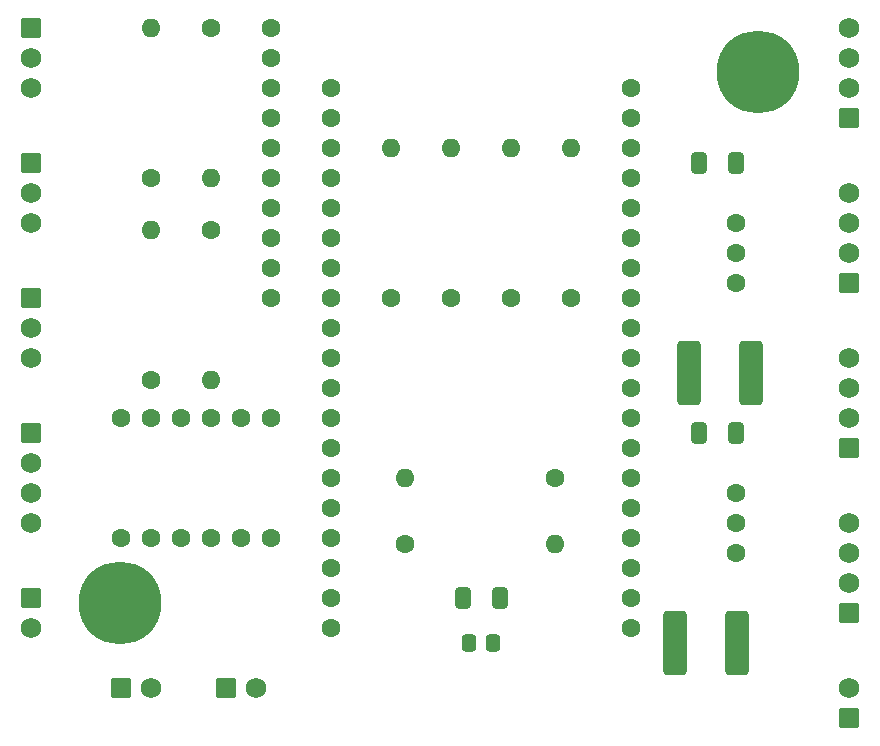
<source format=gbr>
%TF.GenerationSoftware,KiCad,Pcbnew,8.0.1*%
%TF.CreationDate,2024-08-10T06:45:53+02:00*%
%TF.ProjectId,2024-05-23 RC PCB,32303234-2d30-4352-9d32-332052432050,rev?*%
%TF.SameCoordinates,Original*%
%TF.FileFunction,Soldermask,Top*%
%TF.FilePolarity,Negative*%
%FSLAX46Y46*%
G04 Gerber Fmt 4.6, Leading zero omitted, Abs format (unit mm)*
G04 Created by KiCad (PCBNEW 8.0.1) date 2024-08-10 06:45:53*
%MOMM*%
%LPD*%
G01*
G04 APERTURE LIST*
G04 Aperture macros list*
%AMRoundRect*
0 Rectangle with rounded corners*
0 $1 Rounding radius*
0 $2 $3 $4 $5 $6 $7 $8 $9 X,Y pos of 4 corners*
0 Add a 4 corners polygon primitive as box body*
4,1,4,$2,$3,$4,$5,$6,$7,$8,$9,$2,$3,0*
0 Add four circle primitives for the rounded corners*
1,1,$1+$1,$2,$3*
1,1,$1+$1,$4,$5*
1,1,$1+$1,$6,$7*
1,1,$1+$1,$8,$9*
0 Add four rect primitives between the rounded corners*
20,1,$1+$1,$2,$3,$4,$5,0*
20,1,$1+$1,$4,$5,$6,$7,0*
20,1,$1+$1,$6,$7,$8,$9,0*
20,1,$1+$1,$8,$9,$2,$3,0*%
G04 Aperture macros list end*
%ADD10RoundRect,0.249999X0.737501X2.450001X-0.737501X2.450001X-0.737501X-2.450001X0.737501X-2.450001X0*%
%ADD11RoundRect,0.250000X0.412500X0.650000X-0.412500X0.650000X-0.412500X-0.650000X0.412500X-0.650000X0*%
%ADD12C,1.600000*%
%ADD13O,1.600000X1.600000*%
%ADD14RoundRect,0.250000X-0.620000X0.620000X-0.620000X-0.620000X0.620000X-0.620000X0.620000X0.620000X0*%
%ADD15C,1.740000*%
%ADD16RoundRect,0.250000X0.620000X-0.620000X0.620000X0.620000X-0.620000X0.620000X-0.620000X-0.620000X0*%
%ADD17C,3.900000*%
%ADD18C,7.000000*%
%ADD19RoundRect,0.250000X-0.620000X-0.620000X0.620000X-0.620000X0.620000X0.620000X-0.620000X0.620000X0*%
%ADD20RoundRect,0.250000X0.337500X0.475000X-0.337500X0.475000X-0.337500X-0.475000X0.337500X-0.475000X0*%
G04 APERTURE END LIST*
D10*
%TO.C,C3*%
X141068500Y-81280000D03*
X135793500Y-81280000D03*
%TD*%
D11*
%TO.C,C1*%
X140971000Y-63500000D03*
X137846000Y-63500000D03*
%TD*%
D12*
%TO.C,R4*%
X116840000Y-52070000D03*
D13*
X116840000Y-39370000D03*
%TD*%
D12*
%TO.C,R10*%
X96521000Y-46355000D03*
D13*
X96521000Y-59055000D03*
%TD*%
D12*
%TO.C,R9*%
X91441000Y-59055000D03*
D13*
X91441000Y-46355000D03*
%TD*%
D14*
%TO.C,J3*%
X81281000Y-52070000D03*
D15*
X81281000Y-54610000D03*
X81281000Y-57150000D03*
%TD*%
D12*
%TO.C,R5*%
X121920000Y-52070000D03*
D13*
X121920000Y-39370000D03*
%TD*%
D12*
%TO.C,R7*%
X112910000Y-72890000D03*
D13*
X125610000Y-72890000D03*
%TD*%
D12*
%TO.C,DC/DC1*%
X140971000Y-73660000D03*
X140971000Y-71120000D03*
X140971000Y-68580000D03*
%TD*%
%TO.C,R6*%
X127000000Y-52070000D03*
D13*
X127000000Y-39370000D03*
%TD*%
D16*
%TO.C,J6*%
X150496000Y-87630000D03*
D15*
X150496000Y-85090000D03*
%TD*%
D16*
%TO.C,J9*%
X150496000Y-78740000D03*
D15*
X150496000Y-76200000D03*
X150496000Y-73660000D03*
X150496000Y-71120000D03*
%TD*%
D12*
%TO.C,R3*%
X111760000Y-52070000D03*
D13*
X111760000Y-39370000D03*
%TD*%
D12*
%TO.C,U1*%
X132080000Y-34290000D03*
X106680000Y-80010000D03*
X132080000Y-80010000D03*
X132080000Y-77470000D03*
X132080000Y-74930000D03*
X132080000Y-72390000D03*
X132080000Y-69850000D03*
X132080000Y-67310000D03*
X132080000Y-64770000D03*
X132080000Y-62230000D03*
X132080000Y-59690000D03*
X132080000Y-57150000D03*
X132080000Y-54610000D03*
X132080000Y-52070000D03*
X132080000Y-49530000D03*
X132080000Y-46990000D03*
X132080000Y-44450000D03*
X132080000Y-41910000D03*
X132080000Y-39370000D03*
X132080000Y-36830000D03*
X106680000Y-34290000D03*
X106680000Y-36830000D03*
X106680000Y-39370000D03*
X106680000Y-41910000D03*
X106680000Y-44450000D03*
X106680000Y-46990000D03*
X106680000Y-49530000D03*
X106680000Y-52070000D03*
X106680000Y-54610000D03*
X106680000Y-57150000D03*
X106680000Y-59690000D03*
X106680000Y-62230000D03*
X106680000Y-67310000D03*
X106680000Y-69850000D03*
X106680000Y-72390000D03*
X106680000Y-74930000D03*
X106680000Y-77470000D03*
X106680000Y-64770000D03*
%TD*%
%TO.C,IC1*%
X101601000Y-41910000D03*
X101601000Y-39370000D03*
X101601000Y-49530000D03*
X101601000Y-36830000D03*
X101601000Y-34290000D03*
X101601000Y-31750000D03*
X101601000Y-29210000D03*
X101601000Y-52070000D03*
X101601000Y-44450000D03*
X101601000Y-46990000D03*
%TD*%
%TO.C,R8*%
X125610000Y-67310707D03*
D13*
X112910000Y-67310707D03*
%TD*%
D16*
%TO.C,J11*%
X150496000Y-50800000D03*
D15*
X150496000Y-48260000D03*
X150496000Y-45720000D03*
X150496000Y-43180000D03*
%TD*%
D10*
%TO.C,C4*%
X142239293Y-58420707D03*
X136964293Y-58420707D03*
%TD*%
D16*
%TO.C,J12*%
X150496000Y-36830000D03*
D15*
X150496000Y-34290000D03*
X150496000Y-31750000D03*
X150496000Y-29210000D03*
%TD*%
D12*
%TO.C,U2*%
X101601000Y-62230000D03*
X99061000Y-62230000D03*
X96521000Y-62230000D03*
X93981000Y-62230000D03*
X91441000Y-62230000D03*
X88901000Y-62230000D03*
X88901000Y-72390000D03*
X91441000Y-72390000D03*
X93981000Y-72390000D03*
X96521000Y-72390000D03*
X99061000Y-72390000D03*
X101601000Y-72390000D03*
%TD*%
D14*
%TO.C,J5*%
X81281000Y-29210000D03*
D15*
X81281000Y-31750000D03*
X81281000Y-34290000D03*
%TD*%
D17*
%TO.C,H2*%
X88810000Y-77900000D03*
D18*
X88810000Y-77900000D03*
%TD*%
D11*
%TO.C,C5*%
X120942500Y-77470000D03*
X117817500Y-77470000D03*
%TD*%
D19*
%TO.C,J2*%
X88901000Y-85090000D03*
D15*
X91441000Y-85090000D03*
%TD*%
D14*
%TO.C,J8*%
X81281000Y-63500000D03*
D15*
X81281000Y-66040000D03*
X81281000Y-68580000D03*
X81281000Y-71120000D03*
%TD*%
D20*
%TO.C,C6*%
X120417500Y-81280000D03*
X118342500Y-81280000D03*
%TD*%
D12*
%TO.C,DC/DC2*%
X140971000Y-50800000D03*
X140971000Y-48260000D03*
X140971000Y-45720000D03*
%TD*%
%TO.C,R2*%
X96521000Y-29210000D03*
D13*
X96521000Y-41910000D03*
%TD*%
D17*
%TO.C,H1*%
X142810000Y-32900000D03*
D18*
X142810000Y-32900000D03*
%TD*%
D19*
%TO.C,J1*%
X97791000Y-85090000D03*
D15*
X100331000Y-85090000D03*
%TD*%
D16*
%TO.C,J10*%
X150496000Y-64770000D03*
D15*
X150496000Y-62230000D03*
X150496000Y-59690000D03*
X150496000Y-57150000D03*
%TD*%
D12*
%TO.C,R1*%
X91441000Y-41910000D03*
D13*
X91441000Y-29210000D03*
%TD*%
D14*
%TO.C,J7*%
X81281000Y-77470000D03*
D15*
X81281000Y-80010000D03*
%TD*%
D11*
%TO.C,C2*%
X140971000Y-40640000D03*
X137846000Y-40640000D03*
%TD*%
D14*
%TO.C,J4*%
X81281000Y-40640000D03*
D15*
X81281000Y-43180000D03*
X81281000Y-45720000D03*
%TD*%
M02*

</source>
